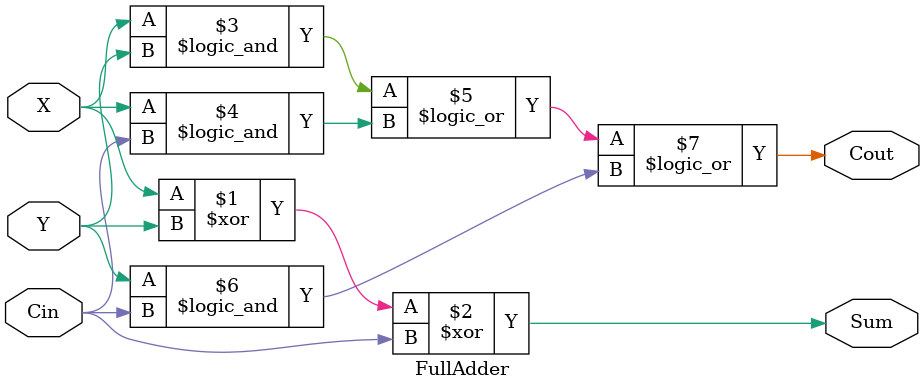
<source format=v>
module FullAdder (X, Y, Cin, Cout, Sum);  
 output Cout, Sum;   
  input X, Y, Cin;     
   assign #10 Sum = X ^ Y ^ Cin;  
   assign #10 Cout = (X && Y) || (X && Cin) || (Y && Cin);   
 endmodule  
 
</source>
